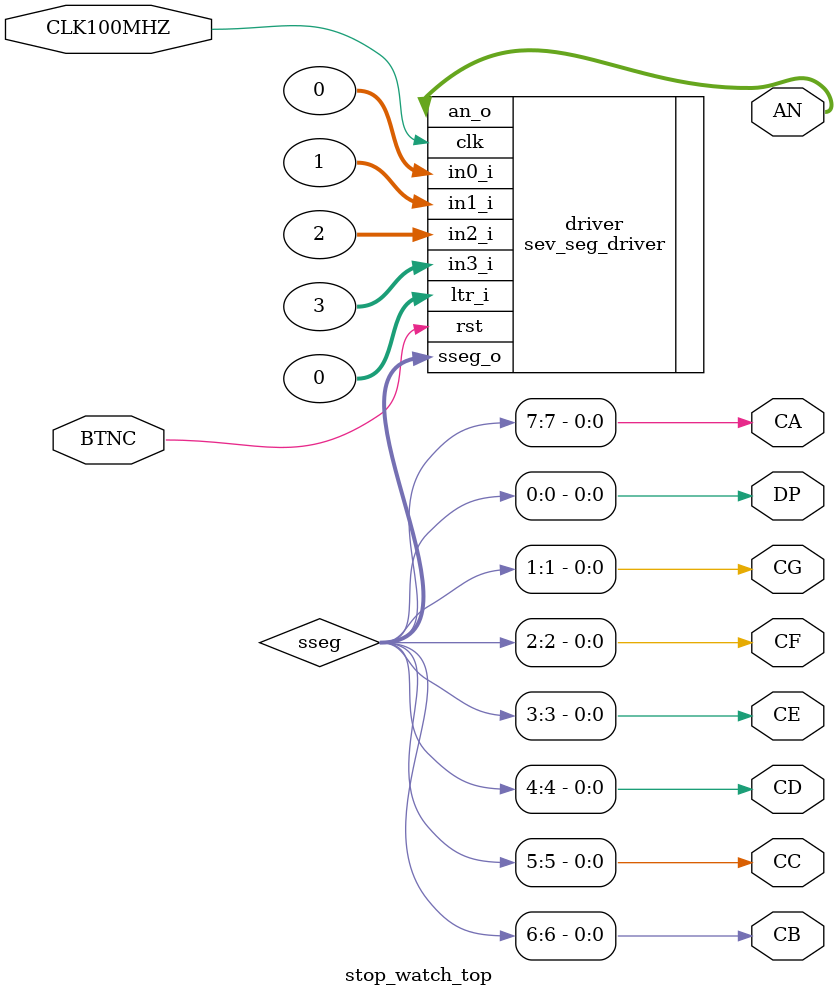
<source format=sv>
`timescale 1ns / 1ps

module stop_watch_top
    (
    input logic BTNC, CLK100MHZ,
    output logic CA, CB, CC, CD, CE, CF, CG, DP,
    output logic [3:0] AN
    );
    
    logic [7:0] sseg;
    
    sev_seg_driver driver(.clk(CLK100MHZ), .rst(BTNC), .ltr_i(0), .in3_i(3), .in2_i(2), .in1_i(1), .in0_i(0), .an_o(AN), .sseg_o(sseg));
    
    assign sseg[0] = DP;
    assign sseg[1] = CG;
    assign sseg[2] = CF;
    assign sseg[3] = CE;
    assign sseg[4] = CD;
    assign sseg[5] = CC;
    assign sseg[6] = CB;
    assign sseg[7] = CA;    
endmodule

</source>
